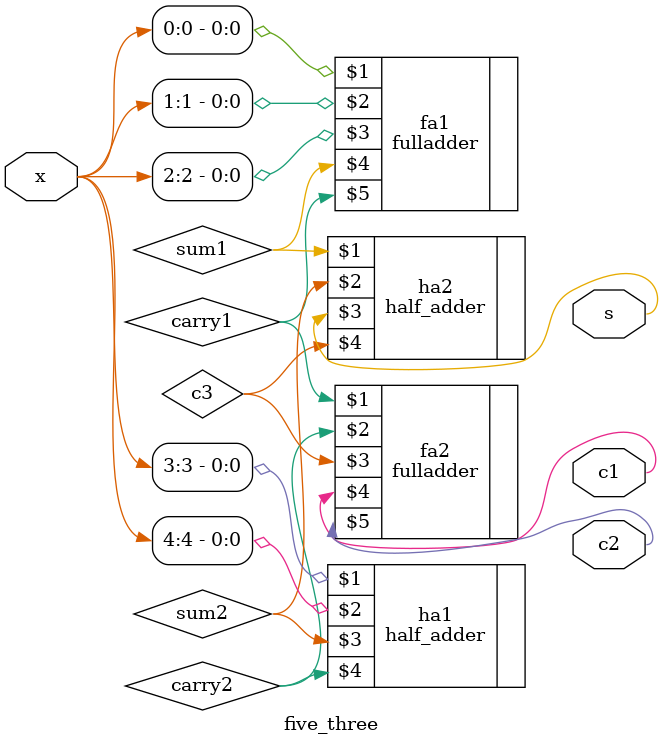
<source format=v>
`timescale 1ns / 1ps
module five_three(
    input [4:0] x,
    output s,c1,c2
    );
wire sum1,sum2,carry1,carry2,c3;
fulladder fa1(x[0],x[1],x[2],sum1,carry1);
half_adder ha1(x[3],x[4],sum2,carry2);
half_adder ha2(sum1,sum2,s,c3);
fulladder fa2(carry1,carry2,c3,c1,c2);

endmodule

</source>
